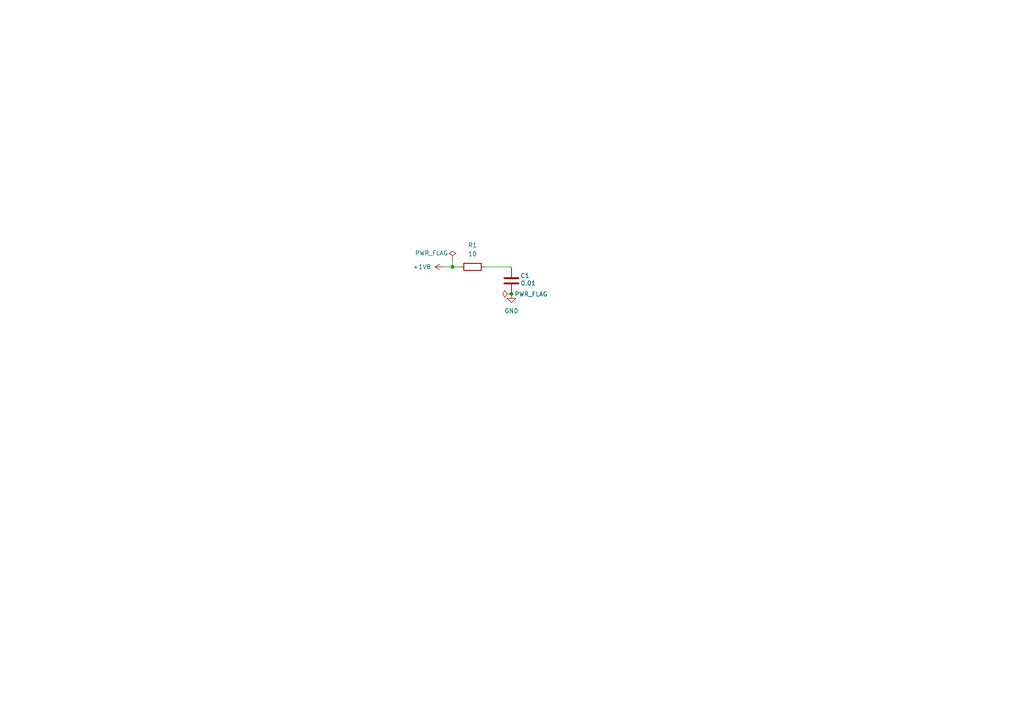
<source format=kicad_sch>
(kicad_sch (version 20230121) (generator eeschema)
  (paper "A4")
  (lib_symbols
    (symbol "Device:C" (pin_numbers hide) (pin_names (offset 0.254))
      (property "Reference" "C" (at 0.635 2.54 0))
      (property "Value" "C" (at 0.635 -2.54 0))
      (symbol "C_0_1"
        (polyline (pts (xy -2.032 -0.762) (xy 2.032 -0.762)) (stroke (width 0.508)))
        (polyline (pts (xy -2.032 0.762) (xy 2.032 0.762)) (stroke (width 0.508)))
      )
      (symbol "C_1_1"
        (pin passive line (at 0 3.81 270) (length 2.794) (name "~") (number "1"))
        (pin passive line (at 0 -3.81 90) (length 2.794) (name "~") (number "2"))
      )
    )
    (symbol "Device:R" (pin_numbers hide) (pin_names (offset 0))
      (property "Reference" "R" (at 2.032 0 90))
      (property "Value" "R" (at 0 0 90))
      (symbol "R_0_1"
        (rectangle (start -1.016 -2.54) (end 1.016 2.54) (stroke (width 0.254)))
      )
      (symbol "R_1_1"
        (pin passive line (at 0 3.81 270) (length 1.27) (name "~") (number "1"))
        (pin passive line (at 0 -3.81 90) (length 1.27) (name "~") (number "2"))
      )
    )
    (symbol "power:+1V8" (power) (pin_names (offset 0))
      (property "Value" "+1V8" (at 0 3.556 0))
      (symbol "+1V8_0_1"
        (polyline (pts (xy -0.762 1.27) (xy 0 2.54)))
        (polyline (pts (xy 0 0) (xy 0 2.54)))
        (polyline (pts (xy 0 2.54) (xy 0.762 1.27)))
      )
      (symbol "+1V8_1_1"
        (pin power_in line (at 0 0 90) (length 0) hide (name "+1V8") (number "1"))
      )
    )
    (symbol "power:GND" (power) (pin_names (offset 0))
      (property "Value" "GND" (at 0 -3.81 0))
      (symbol "GND_0_1"
        (polyline (pts (xy 0 0) (xy 0 -1.27) (xy 1.27 -1.27) (xy 0 -2.54) (xy -1.27 -1.27) (xy 0 -1.27)))
      )
      (symbol "GND_1_1"
        (pin power_in line (at 0 0 270) (length 0) hide (name "GND") (number "1"))
      )
    )
    (symbol "power:PWR_FLAG" (power) (pin_numbers hide) (pin_names (offset 0) hide)
      (property "Value" "PWR_FLAG" (at 0 3.81 0))
      (symbol "PWR_FLAG_0_0"
        (pin power_out line (at 0 0 90) (length 0) (name "pwr") (number "1"))
      )
      (symbol "PWR_FLAG_0_1"
        (polyline (pts (xy 0 0) (xy 0 1.27) (xy -1.016 1.905) (xy 0 2.54) (xy 1.016 1.905) (xy 0 1.27)))
      )
    )
  )
  (junction (at 148.3387 85.2495))
  (junction (at 131.2428 77.4091))
  (wire (pts (xy 128.7284 77.4095) (xy 131.2428 77.4095)))
  (wire (pts (xy 131.2428 77.4091) (xy 133.239 77.4091)))
  (wire (pts (xy 140.859 77.4091) (xy 148.1183 77.4091)))
  (wire (pts (xy 148.1183 77.4091) (xy 148.3387 77.6295)))
  (wire (pts (xy 131.2428 77.4095) (xy 131.2428 77.4091)))
  (wire (pts (xy 131.2428 75.4223) (xy 131.2428 77.4091)))
  (symbol (lib_id "Device:R") (at 137.049 77.4091 90) (unit 1)
    (property "Reference" "R1" (at 137.049 71.12 90))
    (property "Value" "10" (at 137.049 73.66 90))
    (property "Footprint" "Resistor_THT:R_Axial_DIN0204_L3.6mm_D1.6mm_P1.90mm_Vertical" (effects hide))
  )
  (symbol (lib_id "power:+1V8") (at 128.7284 77.4095 90) (unit 1)
    (property "Reference" "#PWR02" (effects hide))
    (property "Value" "+1V8" (at 125.0121 77.4095 90) (effects (justify left)))
  )
  (symbol (lib_id "power:GND") (at 148.3387 85.2495 0) (unit 1)
    (property "Reference" "#PWR01" (effects hide))
    (property "Value" "GND" (at 148.3387 90.1804 0))
  )
  (symbol (lib_id "Device:C") (at 148.3387 81.4395 0) (unit 1)
    (property "Reference" "C1" (at 150.9081 79.9674 0) (effects (justify left)))
    (property "Value" "0.01" (at 150.9793 82.1193 0) (effects (justify left)))
    (property "Footprint" "Capacitor_THT:CP_Axial_L10.0mm_D4.5mm_P15.00mm_Horizontal" (effects hide))
  )
  (symbol (lib_id "power:PWR_FLAG") (at 148.3387 85.2495 90) (unit 1)
    (property "Reference" "#FLG02" (effects hide))
    (property "Value" "PWR_FLAG" (at 158.8778 85.3132 90) (effects (justify left)))
  )
  (symbol (lib_id "power:PWR_FLAG") (at 131.2428 75.4223 0) (unit 1)
    (property "Reference" "#FLG01" (effects hide))
    (property "Value" "PWR_FLAG" (at 125.1624 73.4014 0))
  )
)
</source>
